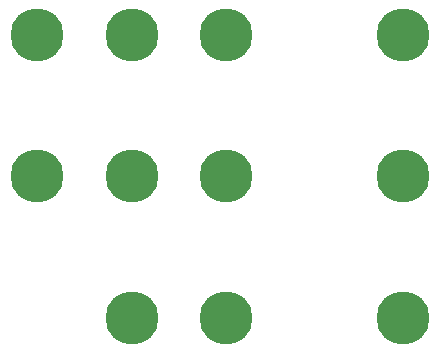
<source format=gbr>
%TF.GenerationSoftware,KiCad,Pcbnew,5.1.6-c6e7f7d~87~ubuntu18.04.1*%
%TF.CreationDate,2021-08-18T14:30:19+12:00*%
%TF.ProjectId,Output and Rail Splitter,4f757470-7574-4206-916e-64205261696c,rev?*%
%TF.SameCoordinates,Original*%
%TF.FileFunction,Soldermask,Bot*%
%TF.FilePolarity,Negative*%
%FSLAX46Y46*%
G04 Gerber Fmt 4.6, Leading zero omitted, Abs format (unit mm)*
G04 Created by KiCad (PCBNEW 5.1.6-c6e7f7d~87~ubuntu18.04.1) date 2021-08-18 14:30:19*
%MOMM*%
%LPD*%
G01*
G04 APERTURE LIST*
%ADD10C,4.500000*%
G04 APERTURE END LIST*
D10*
%TO.C,J1*%
X97000000Y-105000000D03*
%TD*%
%TO.C,J2*%
X120000000Y-105000000D03*
%TD*%
%TO.C,J3*%
X105000000Y-105000000D03*
%TD*%
%TO.C,J4*%
X89000000Y-105000000D03*
%TD*%
%TO.C,J5*%
X97000000Y-117000000D03*
%TD*%
%TO.C,J6*%
X120000000Y-117000000D03*
%TD*%
%TO.C,J7*%
X105000000Y-117000000D03*
%TD*%
%TO.C,J8*%
X89000000Y-117000000D03*
%TD*%
%TO.C,J9*%
X97000000Y-129000000D03*
%TD*%
%TO.C,J10*%
X120000000Y-129000000D03*
%TD*%
%TO.C,J11*%
X105000000Y-129000000D03*
%TD*%
M02*

</source>
